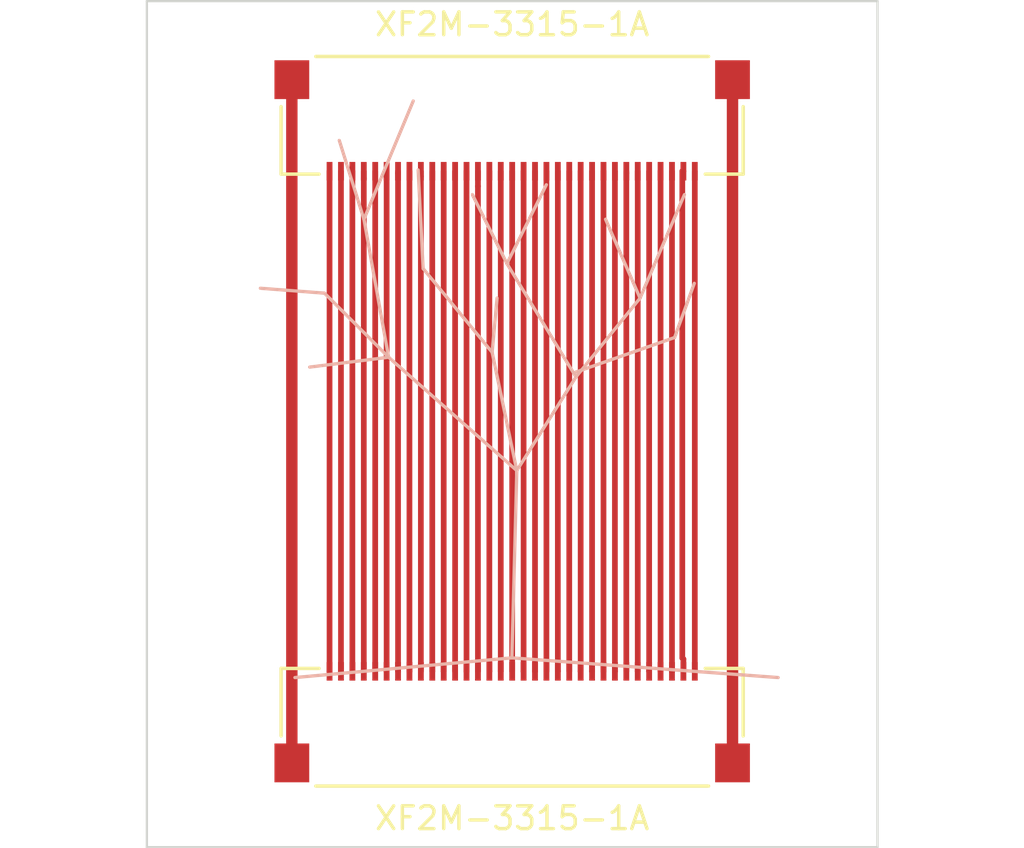
<source format=kicad_pcb>
(kicad_pcb (version 20171130) (host pcbnew 5.1.5)

  (general
    (thickness 1.6)
    (drawings 27)
    (tracks 64)
    (zones 0)
    (modules 4)
    (nets 29)
  )

  (page A4)
  (layers
    (0 F.Cu signal)
    (31 B.Cu signal)
    (32 B.Adhes user)
    (33 F.Adhes user)
    (34 B.Paste user)
    (35 F.Paste user)
    (36 B.SilkS user)
    (37 F.SilkS user)
    (38 B.Mask user)
    (39 F.Mask user)
    (40 Dwgs.User user)
    (41 Cmts.User user)
    (42 Eco1.User user)
    (43 Eco2.User user)
    (44 Edge.Cuts user)
    (45 Margin user)
    (46 B.CrtYd user)
    (47 F.CrtYd user)
    (48 B.Fab user)
    (49 F.Fab user)
  )

  (setup
    (last_trace_width 0.5)
    (user_trace_width 0.5)
    (trace_clearance 0.2)
    (zone_clearance 0.508)
    (zone_45_only no)
    (trace_min 0.2)
    (via_size 0.8)
    (via_drill 0.4)
    (via_min_size 0.4)
    (via_min_drill 0.3)
    (uvia_size 0.3)
    (uvia_drill 0.1)
    (uvias_allowed no)
    (uvia_min_size 0.2)
    (uvia_min_drill 0.1)
    (edge_width 0.05)
    (segment_width 0.2)
    (pcb_text_width 0.3)
    (pcb_text_size 1.5 1.5)
    (mod_edge_width 0.12)
    (mod_text_size 1 1)
    (mod_text_width 0.15)
    (pad_size 1.524 1.524)
    (pad_drill 0.762)
    (pad_to_mask_clearance 0.051)
    (solder_mask_min_width 0.25)
    (aux_axis_origin 0 0)
    (visible_elements FFFFFF7F)
    (pcbplotparams
      (layerselection 0x010fc_ffffffff)
      (usegerberextensions false)
      (usegerberattributes true)
      (usegerberadvancedattributes false)
      (creategerberjobfile false)
      (excludeedgelayer true)
      (linewidth 0.050000)
      (plotframeref false)
      (viasonmask false)
      (mode 1)
      (useauxorigin false)
      (hpglpennumber 1)
      (hpglpenspeed 20)
      (hpglpendiameter 15.000000)
      (psnegative false)
      (psa4output false)
      (plotreference true)
      (plotvalue true)
      (plotinvisibletext false)
      (padsonsilk false)
      (subtractmaskfromsilk false)
      (outputformat 1)
      (mirror false)
      (drillshape 0)
      (scaleselection 1)
      (outputdirectory "gerbers"))
  )

  (net 0 "")
  (net 1 /pin1)
  (net 2 /pin3)
  (net 3 /pin5)
  (net 4 /pin7)
  (net 5 /pin8)
  (net 6 /pin9)
  (net 7 /pin10)
  (net 8 /pin11)
  (net 9 /pin12)
  (net 10 /pin13)
  (net 11 /pin14)
  (net 12 /pin15)
  (net 13 /pin16)
  (net 14 /pin17)
  (net 15 /pin18)
  (net 16 /pin19)
  (net 17 /pin20)
  (net 18 /pin22)
  (net 19 /pin24)
  (net 20 /pin26)
  (net 21 /pin28)
  (net 22 /pin29)
  (net 23 /pin30)
  (net 24 /pin31)
  (net 25 /pin32)
  (net 26 /pin33)
  (net 27 /pin34)
  (net 28 /pin35)

  (net_class Default "Dies ist die voreingestellte Netzklasse."
    (clearance 0.2)
    (trace_width 0.25)
    (via_dia 0.8)
    (via_drill 0.4)
    (uvia_dia 0.3)
    (uvia_drill 0.1)
    (add_net /pin1)
    (add_net /pin10)
    (add_net /pin11)
    (add_net /pin12)
    (add_net /pin13)
    (add_net /pin14)
    (add_net /pin15)
    (add_net /pin16)
    (add_net /pin17)
    (add_net /pin18)
    (add_net /pin19)
    (add_net /pin20)
    (add_net /pin22)
    (add_net /pin24)
    (add_net /pin26)
    (add_net /pin28)
    (add_net /pin29)
    (add_net /pin3)
    (add_net /pin30)
    (add_net /pin31)
    (add_net /pin32)
    (add_net /pin33)
    (add_net /pin34)
    (add_net /pin35)
    (add_net /pin5)
    (add_net /pin7)
    (add_net /pin8)
    (add_net /pin9)
    (add_net "Net-(J2-Pad11)")
    (add_net "Net-(J2-Pad13)")
    (add_net "Net-(J2-Pad28)")
    (add_net "Net-(J2-Pad30)")
    (add_net "Net-(J2-Pad32)")
    (add_net "Net-(J2-Pad7)")
    (add_net "Net-(J2-Pad9)")
  )

  (module MountingHole:MountingHole_2.2mm_M2 (layer F.Cu) (tedit 56D1B4CB) (tstamp 5EBD6DEF)
    (at 80.518 80.01)
    (descr "Mounting Hole 2.2mm, no annular, M2")
    (tags "mounting hole 2.2mm no annular m2")
    (attr virtual)
    (fp_text reference REF** (at 0 -3.2) (layer F.SilkS) hide
      (effects (font (size 1 1) (thickness 0.15)))
    )
    (fp_text value MountingHole_2.2mm_M2 (at 0 3.2) (layer F.Fab)
      (effects (font (size 1 1) (thickness 0.15)))
    )
    (fp_circle (center 0 0) (end 2.45 0) (layer F.CrtYd) (width 0.05))
    (fp_circle (center 0 0) (end 2.2 0) (layer Cmts.User) (width 0.15))
    (fp_text user %R (at 0.3 0) (layer F.Fab)
      (effects (font (size 1 1) (thickness 0.15)))
    )
    (pad 1 np_thru_hole circle (at 0 0) (size 2.2 2.2) (drill 2.2) (layers *.Cu *.Mask))
  )

  (module MountingHole:MountingHole_2.2mm_M2 (layer F.Cu) (tedit 56D1B4CB) (tstamp 5EBD6D53)
    (at 106.426 80.01)
    (descr "Mounting Hole 2.2mm, no annular, M2")
    (tags "mounting hole 2.2mm no annular m2")
    (attr virtual)
    (fp_text reference REF** (at 0 -3.2) (layer F.SilkS) hide
      (effects (font (size 1 1) (thickness 0.15)))
    )
    (fp_text value MountingHole_2.2mm_M2 (at 0 3.2) (layer F.Fab)
      (effects (font (size 1 1) (thickness 0.15)))
    )
    (fp_circle (center 0 0) (end 2.45 0) (layer F.CrtYd) (width 0.05))
    (fp_circle (center 0 0) (end 2.2 0) (layer Cmts.User) (width 0.15))
    (fp_text user %R (at 0.3 0) (layer F.Fab)
      (effects (font (size 1 1) (thickness 0.15)))
    )
    (pad 1 np_thru_hole circle (at 0 0) (size 2.2 2.2) (drill 2.2) (layers *.Cu *.Mask))
  )

  (module epaper-breakout:CONN_ED097OC4 (layer F.Cu) (tedit 5D697D68) (tstamp 5EBD647F)
    (at 93.472 88.392 180)
    (descr "FPC connector for ED097OC4")
    (path /5EBD2FA1)
    (attr smd)
    (fp_text reference J2 (at 0 -2.4511) (layer F.SilkS) hide
      (effects (font (size 1 1) (thickness 0.15)))
    )
    (fp_text value XF2M-3315-1A (at 0 -8.89) (layer F.SilkS)
      (effects (font (size 1 1) (thickness 0.15)))
    )
    (fp_text user "Copyright 2016 Accelerated Designs. All rights reserved." (at 0 0) (layer Cmts.User) hide
      (effects (font (size 0.127 0.127) (thickness 0.002)))
    )
    (fp_text user * (at 0 0) (layer F.SilkS) hide
      (effects (font (size 1 1) (thickness 0.15)))
    )
    (fp_text user * (at 0 0) (layer F.Fab) hide
      (effects (font (size 1 1) (thickness 0.15)))
    )
    (fp_line (start 8.634999 -2.4511) (end 7.999999 -1.1811) (layer F.Fab) (width 0.1524))
    (fp_line (start 7.364999 -2.4511) (end 7.999999 -1.1811) (layer F.Fab) (width 0.1524))
    (fp_line (start -10.1219 -2.3241) (end -8.459742 -2.3241) (layer F.SilkS) (width 0.1524))
    (fp_line (start 10.1219 -2.3241) (end 10.1219 -5.28066) (layer F.SilkS) (width 0.1524))
    (fp_line (start 8.601109 -7.4803) (end -8.601109 -7.4803) (layer F.SilkS) (width 0.1524))
    (fp_line (start -10.1219 -5.28066) (end -10.1219 -2.3241) (layer F.SilkS) (width 0.1524))
    (fp_line (start -9.9949 -2.4511) (end 9.9949 -2.4511) (layer F.Fab) (width 0.1524))
    (fp_line (start 9.9949 -2.4511) (end 9.9949 -7.3533) (layer F.Fab) (width 0.1524))
    (fp_line (start 9.9949 -7.3533) (end -9.9949 -7.3533) (layer F.Fab) (width 0.1524))
    (fp_line (start -9.9949 -7.3533) (end -9.9949 -2.4511) (layer F.Fab) (width 0.1524))
    (fp_line (start 8.459739 -2.3241) (end 10.1219 -2.3241) (layer F.SilkS) (width 0.1524))
    (fp_line (start -10.668 -1.7907) (end 10.668 -1.7907) (layer F.CrtYd) (width 0.1524))
    (fp_line (start 10.668 -1.7907) (end 10.668 -7.6073) (layer F.CrtYd) (width 0.1524))
    (fp_line (start 10.668 -7.6073) (end -10.668 -7.6073) (layer F.CrtYd) (width 0.1524))
    (fp_line (start -10.668 -7.6073) (end -10.668 -1.7907) (layer F.CrtYd) (width 0.1524))
    (pad 1 smd rect (at 7.999999 -2.4511 270) (size 0.8128 0.254) (layers F.Cu F.Paste F.Mask)
      (net 26 /pin33))
    (pad 2 smd rect (at 7.5 -2.4511 270) (size 0.8128 0.254) (layers F.Cu F.Paste F.Mask)
      (net 25 /pin32))
    (pad 3 smd rect (at 6.999999 -2.4511 270) (size 0.8128 0.254) (layers F.Cu F.Paste F.Mask)
      (net 24 /pin31))
    (pad 4 smd rect (at 6.5 -2.4511 270) (size 0.8128 0.254) (layers F.Cu F.Paste F.Mask)
      (net 23 /pin30))
    (pad 5 smd rect (at 5.999998 -2.4511 270) (size 0.8128 0.254) (layers F.Cu F.Paste F.Mask)
      (net 22 /pin29))
    (pad 6 smd rect (at 5.499999 -2.4511 270) (size 0.8128 0.254) (layers F.Cu F.Paste F.Mask)
      (net 21 /pin28))
    (pad 7 smd rect (at 5 -2.4511 270) (size 0.8128 0.254) (layers F.Cu F.Paste F.Mask))
    (pad 8 smd rect (at 4.499999 -2.4511 270) (size 0.8128 0.254) (layers F.Cu F.Paste F.Mask)
      (net 20 /pin26))
    (pad 9 smd rect (at 4 -2.4511 270) (size 0.8128 0.254) (layers F.Cu F.Paste F.Mask))
    (pad 10 smd rect (at 3.499998 -2.4511 270) (size 0.8128 0.254) (layers F.Cu F.Paste F.Mask)
      (net 19 /pin24))
    (pad 11 smd rect (at 2.999999 -2.4511 270) (size 0.8128 0.254) (layers F.Cu F.Paste F.Mask))
    (pad 12 smd rect (at 2.5 -2.4511 270) (size 0.8128 0.254) (layers F.Cu F.Paste F.Mask)
      (net 18 /pin22))
    (pad 13 smd rect (at 1.999999 -2.4511 270) (size 0.8128 0.254) (layers F.Cu F.Paste F.Mask))
    (pad 14 smd rect (at 1.5 -2.4511 270) (size 0.8128 0.254) (layers F.Cu F.Paste F.Mask)
      (net 17 /pin20))
    (pad 15 smd rect (at 0.999998 -2.4511 270) (size 0.8128 0.254) (layers F.Cu F.Paste F.Mask)
      (net 16 /pin19))
    (pad 16 smd rect (at 0.499999 -2.4511 270) (size 0.8128 0.254) (layers F.Cu F.Paste F.Mask)
      (net 15 /pin18))
    (pad 17 smd rect (at 0 -2.4511 270) (size 0.8128 0.254) (layers F.Cu F.Paste F.Mask)
      (net 14 /pin17))
    (pad 18 smd rect (at -0.500002 -2.4511 270) (size 0.8128 0.254) (layers F.Cu F.Paste F.Mask)
      (net 13 /pin16))
    (pad 19 smd rect (at -1.000001 -2.4511 270) (size 0.8128 0.254) (layers F.Cu F.Paste F.Mask)
      (net 12 /pin15))
    (pad 20 smd rect (at -1.5 -2.4511 270) (size 0.8128 0.254) (layers F.Cu F.Paste F.Mask)
      (net 11 /pin14))
    (pad 21 smd rect (at -2.000001 -2.4511 270) (size 0.8128 0.254) (layers F.Cu F.Paste F.Mask)
      (net 10 /pin13))
    (pad 22 smd rect (at -2.5 -2.4511 270) (size 0.8128 0.254) (layers F.Cu F.Paste F.Mask)
      (net 9 /pin12))
    (pad 23 smd rect (at -3.000002 -2.4511 270) (size 0.8128 0.254) (layers F.Cu F.Paste F.Mask)
      (net 8 /pin11))
    (pad 24 smd rect (at -3.500001 -2.4511 270) (size 0.8128 0.254) (layers F.Cu F.Paste F.Mask)
      (net 7 /pin10))
    (pad 25 smd rect (at -4 -2.4511 270) (size 0.8128 0.254) (layers F.Cu F.Paste F.Mask)
      (net 6 /pin9))
    (pad 26 smd rect (at -4.500001 -2.4511 270) (size 0.8128 0.254) (layers F.Cu F.Paste F.Mask)
      (net 5 /pin8))
    (pad 27 smd rect (at -5 -2.4511 270) (size 0.8128 0.254) (layers F.Cu F.Paste F.Mask)
      (net 4 /pin7))
    (pad 28 smd rect (at -5.500002 -2.4511 270) (size 0.8128 0.254) (layers F.Cu F.Paste F.Mask))
    (pad 29 smd rect (at -6.000001 -2.4511 270) (size 0.8128 0.254) (layers F.Cu F.Paste F.Mask)
      (net 3 /pin5))
    (pad 30 smd rect (at -6.5 -2.4511 270) (size 0.8128 0.254) (layers F.Cu F.Paste F.Mask))
    (pad 31 smd rect (at -7.000001 -2.4511 270) (size 0.8128 0.254) (layers F.Cu F.Paste F.Mask)
      (net 2 /pin3))
    (pad 32 smd rect (at -7.5 -2.4511 270) (size 0.8128 0.254) (layers F.Cu F.Paste F.Mask))
    (pad 33 smd rect (at -8.000002 -2.4511 270) (size 0.8128 0.254) (layers F.Cu F.Paste F.Mask)
      (net 1 /pin1))
    (pad 34 smd rect (at -9.652 -6.4643 180) (size 1.524 1.7018) (layers F.Cu F.Paste F.Mask)
      (net 28 /pin35))
    (pad 35 smd rect (at 9.652 -6.4643 180) (size 1.524 1.7018) (layers F.Cu F.Paste F.Mask)
      (net 27 /pin34))
  )

  (module epaper-breakout:CONN_ED097OC4 (layer F.Cu) (tedit 5D697D68) (tstamp 5EBD6446)
    (at 93.472 71.374)
    (descr "FPC connector for ED097OC4")
    (path /5EBD0B75)
    (attr smd)
    (fp_text reference J1 (at 0 -2.4511) (layer F.SilkS) hide
      (effects (font (size 1 1) (thickness 0.15)))
    )
    (fp_text value XF2M-3315-1A (at 0 -8.89) (layer F.SilkS)
      (effects (font (size 1 1) (thickness 0.15)))
    )
    (fp_text user "Copyright 2016 Accelerated Designs. All rights reserved." (at 0 0) (layer Cmts.User) hide
      (effects (font (size 0.127 0.127) (thickness 0.002)))
    )
    (fp_text user * (at 0 0) (layer F.SilkS) hide
      (effects (font (size 1 1) (thickness 0.15)))
    )
    (fp_text user * (at 0 0) (layer F.Fab) hide
      (effects (font (size 1 1) (thickness 0.15)))
    )
    (fp_line (start 8.634999 -2.4511) (end 7.999999 -1.1811) (layer F.Fab) (width 0.1524))
    (fp_line (start 7.364999 -2.4511) (end 7.999999 -1.1811) (layer F.Fab) (width 0.1524))
    (fp_line (start -10.1219 -2.3241) (end -8.459742 -2.3241) (layer F.SilkS) (width 0.1524))
    (fp_line (start 10.1219 -2.3241) (end 10.1219 -5.28066) (layer F.SilkS) (width 0.1524))
    (fp_line (start 8.601109 -7.4803) (end -8.601109 -7.4803) (layer F.SilkS) (width 0.1524))
    (fp_line (start -10.1219 -5.28066) (end -10.1219 -2.3241) (layer F.SilkS) (width 0.1524))
    (fp_line (start -9.9949 -2.4511) (end 9.9949 -2.4511) (layer F.Fab) (width 0.1524))
    (fp_line (start 9.9949 -2.4511) (end 9.9949 -7.3533) (layer F.Fab) (width 0.1524))
    (fp_line (start 9.9949 -7.3533) (end -9.9949 -7.3533) (layer F.Fab) (width 0.1524))
    (fp_line (start -9.9949 -7.3533) (end -9.9949 -2.4511) (layer F.Fab) (width 0.1524))
    (fp_line (start 8.459739 -2.3241) (end 10.1219 -2.3241) (layer F.SilkS) (width 0.1524))
    (fp_line (start -10.668 -1.7907) (end 10.668 -1.7907) (layer F.CrtYd) (width 0.1524))
    (fp_line (start 10.668 -1.7907) (end 10.668 -7.6073) (layer F.CrtYd) (width 0.1524))
    (fp_line (start 10.668 -7.6073) (end -10.668 -7.6073) (layer F.CrtYd) (width 0.1524))
    (fp_line (start -10.668 -7.6073) (end -10.668 -1.7907) (layer F.CrtYd) (width 0.1524))
    (pad 1 smd rect (at 7.999999 -2.4511 90) (size 0.8128 0.254) (layers F.Cu F.Paste F.Mask)
      (net 1 /pin1))
    (pad 2 smd rect (at 7.5 -2.4511 90) (size 0.8128 0.254) (layers F.Cu F.Paste F.Mask))
    (pad 3 smd rect (at 6.999999 -2.4511 90) (size 0.8128 0.254) (layers F.Cu F.Paste F.Mask)
      (net 2 /pin3))
    (pad 4 smd rect (at 6.5 -2.4511 90) (size 0.8128 0.254) (layers F.Cu F.Paste F.Mask))
    (pad 5 smd rect (at 5.999998 -2.4511 90) (size 0.8128 0.254) (layers F.Cu F.Paste F.Mask)
      (net 3 /pin5))
    (pad 6 smd rect (at 5.499999 -2.4511 90) (size 0.8128 0.254) (layers F.Cu F.Paste F.Mask))
    (pad 7 smd rect (at 5 -2.4511 90) (size 0.8128 0.254) (layers F.Cu F.Paste F.Mask)
      (net 4 /pin7))
    (pad 8 smd rect (at 4.499999 -2.4511 90) (size 0.8128 0.254) (layers F.Cu F.Paste F.Mask)
      (net 5 /pin8))
    (pad 9 smd rect (at 4 -2.4511 90) (size 0.8128 0.254) (layers F.Cu F.Paste F.Mask)
      (net 6 /pin9))
    (pad 10 smd rect (at 3.499998 -2.4511 90) (size 0.8128 0.254) (layers F.Cu F.Paste F.Mask)
      (net 7 /pin10))
    (pad 11 smd rect (at 2.999999 -2.4511 90) (size 0.8128 0.254) (layers F.Cu F.Paste F.Mask)
      (net 8 /pin11))
    (pad 12 smd rect (at 2.5 -2.4511 90) (size 0.8128 0.254) (layers F.Cu F.Paste F.Mask)
      (net 9 /pin12))
    (pad 13 smd rect (at 1.999999 -2.4511 90) (size 0.8128 0.254) (layers F.Cu F.Paste F.Mask)
      (net 10 /pin13))
    (pad 14 smd rect (at 1.5 -2.4511 90) (size 0.8128 0.254) (layers F.Cu F.Paste F.Mask)
      (net 11 /pin14))
    (pad 15 smd rect (at 0.999998 -2.4511 90) (size 0.8128 0.254) (layers F.Cu F.Paste F.Mask)
      (net 12 /pin15))
    (pad 16 smd rect (at 0.499999 -2.4511 90) (size 0.8128 0.254) (layers F.Cu F.Paste F.Mask)
      (net 13 /pin16))
    (pad 17 smd rect (at 0 -2.4511 90) (size 0.8128 0.254) (layers F.Cu F.Paste F.Mask)
      (net 14 /pin17))
    (pad 18 smd rect (at -0.500002 -2.4511 90) (size 0.8128 0.254) (layers F.Cu F.Paste F.Mask)
      (net 15 /pin18))
    (pad 19 smd rect (at -1.000001 -2.4511 90) (size 0.8128 0.254) (layers F.Cu F.Paste F.Mask)
      (net 16 /pin19))
    (pad 20 smd rect (at -1.5 -2.4511 90) (size 0.8128 0.254) (layers F.Cu F.Paste F.Mask)
      (net 17 /pin20))
    (pad 21 smd rect (at -2.000001 -2.4511 90) (size 0.8128 0.254) (layers F.Cu F.Paste F.Mask))
    (pad 22 smd rect (at -2.5 -2.4511 90) (size 0.8128 0.254) (layers F.Cu F.Paste F.Mask)
      (net 18 /pin22))
    (pad 23 smd rect (at -3.000002 -2.4511 90) (size 0.8128 0.254) (layers F.Cu F.Paste F.Mask))
    (pad 24 smd rect (at -3.500001 -2.4511 90) (size 0.8128 0.254) (layers F.Cu F.Paste F.Mask)
      (net 19 /pin24))
    (pad 25 smd rect (at -4 -2.4511 90) (size 0.8128 0.254) (layers F.Cu F.Paste F.Mask))
    (pad 26 smd rect (at -4.500001 -2.4511 90) (size 0.8128 0.254) (layers F.Cu F.Paste F.Mask)
      (net 20 /pin26))
    (pad 27 smd rect (at -5 -2.4511 90) (size 0.8128 0.254) (layers F.Cu F.Paste F.Mask))
    (pad 28 smd rect (at -5.500002 -2.4511 90) (size 0.8128 0.254) (layers F.Cu F.Paste F.Mask)
      (net 21 /pin28))
    (pad 29 smd rect (at -6.000001 -2.4511 90) (size 0.8128 0.254) (layers F.Cu F.Paste F.Mask)
      (net 22 /pin29))
    (pad 30 smd rect (at -6.5 -2.4511 90) (size 0.8128 0.254) (layers F.Cu F.Paste F.Mask)
      (net 23 /pin30))
    (pad 31 smd rect (at -7.000001 -2.4511 90) (size 0.8128 0.254) (layers F.Cu F.Paste F.Mask)
      (net 24 /pin31))
    (pad 32 smd rect (at -7.5 -2.4511 90) (size 0.8128 0.254) (layers F.Cu F.Paste F.Mask)
      (net 25 /pin32))
    (pad 33 smd rect (at -8.000002 -2.4511 90) (size 0.8128 0.254) (layers F.Cu F.Paste F.Mask)
      (net 26 /pin33))
    (pad 34 smd rect (at -9.652 -6.4643) (size 1.524 1.7018) (layers F.Cu F.Paste F.Mask)
      (net 27 /pin34))
    (pad 35 smd rect (at 9.652 -6.4643) (size 1.524 1.7018) (layers F.Cu F.Paste F.Mask)
      (net 28 /pin35))
  )

  (gr_line (start 88.058008 77.076001) (end 86.978009 71.028006) (layer B.SilkS) (width 0.144))
  (gr_line (start 93.242003 72.972004) (end 94.970001 69.516007) (layer B.SilkS) (width 0.144))
  (gr_line (start 92.594004 76.860001) (end 92.810004 74.484003) (layer B.SilkS) (width 0.144))
  (gr_line (start 96.266 77.939999) (end 93.242003 72.972004) (layer B.SilkS) (width 0.144))
  (gr_line (start 93.674003 82.043996) (end 92.594004 76.860001) (layer B.SilkS) (width 0.144))
  (gr_line (start 99.073998 74.484003) (end 97.561999 71.028006) (layer B.SilkS) (width 0.144))
  (gr_line (start 93.674003 82.043996) (end 88.058008 77.076001) (layer B.SilkS) (width 0.144))
  (gr_line (start 92.594004 76.860001) (end 89.570007 73.188004) (layer B.SilkS) (width 0.144))
  (gr_line (start 88.058008 77.076001) (end 85.25001 74.268003) (layer B.SilkS) (width 0.144))
  (gr_line (start 99.073998 74.484003) (end 101.017996 69.948007) (layer B.SilkS) (width 0.144))
  (gr_line (start 86.978009 71.028006) (end 89.138007 65.844012) (layer B.SilkS) (width 0.144))
  (gr_line (start 93.458003 90.251988) (end 93.674003 82.043996) (layer B.SilkS) (width 0.144))
  (gr_line (start 88.058008 77.076001) (end 84.602011 77.508) (layer B.SilkS) (width 0.144))
  (gr_line (start 100.585997 76.212001) (end 101.449995 73.836004) (layer B.SilkS) (width 0.144))
  (gr_line (start 93.458003 90.251988) (end 105.121992 91.115987) (layer B.SilkS) (width 0.144))
  (gr_line (start 86.978009 71.028006) (end 85.89801 67.572009) (layer B.SilkS) (width 0.144))
  (gr_line (start 93.458003 90.251988) (end 83.954012 91.115987) (layer B.SilkS) (width 0.144))
  (gr_line (start 93.242003 72.972004) (end 91.730004 69.948007) (layer B.SilkS) (width 0.144))
  (gr_line (start 96.266 77.939999) (end 99.073998 74.484003) (layer B.SilkS) (width 0.144))
  (gr_line (start 93.674003 82.043996) (end 96.266 77.939999) (layer B.SilkS) (width 0.144))
  (gr_line (start 85.25001 74.268003) (end 82.442013 74.052003) (layer B.SilkS) (width 0.144))
  (gr_line (start 89.570007 73.188004) (end 89.354007 68.868008) (layer B.SilkS) (width 0.144))
  (gr_line (start 96.266 77.724) (end 100.585997 76.212001) (layer B.SilkS) (width 0.144))
  (gr_line (start 109.474 61.468) (end 109.474 98.552) (layer Edge.Cuts) (width 0.1))
  (gr_line (start 77.47 61.468) (end 109.474 61.468) (layer Edge.Cuts) (width 0.1))
  (gr_line (start 77.47 98.552) (end 77.47 61.468) (layer Edge.Cuts) (width 0.1))
  (gr_line (start 109.474 98.552) (end 77.47 98.552) (layer Edge.Cuts) (width 0.1))

  (segment (start 88.472 69.008) (end 88.472 90.8431) (width 0.25) (layer F.Cu) (net 0))
  (segment (start 88.472 68.9229) (end 88.472 69.008) (width 0.25) (layer F.Cu) (net 0))
  (segment (start 89.472 69.152) (end 89.472 90.8431) (width 0.25) (layer F.Cu) (net 0))
  (segment (start 89.472 68.9229) (end 89.472 69.152) (width 0.25) (layer F.Cu) (net 0))
  (segment (start 90.471998 90.843097) (end 90.472001 90.8431) (width 0.25) (layer F.Cu) (net 0))
  (segment (start 90.471998 68.9229) (end 90.471998 90.843097) (width 0.25) (layer F.Cu) (net 0))
  (segment (start 91.471999 90.843098) (end 91.472001 90.8431) (width 0.25) (layer F.Cu) (net 0))
  (segment (start 91.471999 68.9229) (end 91.471999 90.843098) (width 0.25) (layer F.Cu) (net 0))
  (segment (start 98.971999 90.843097) (end 98.972002 90.8431) (width 0.25) (layer F.Cu) (net 0))
  (segment (start 98.971999 68.9229) (end 98.971999 90.843097) (width 0.25) (layer F.Cu) (net 0))
  (segment (start 99.972 68.9229) (end 99.972 90.8431) (width 0.25) (layer F.Cu) (net 0))
  (segment (start 100.972 90.304) (end 100.972 90.8431) (width 0.25) (layer F.Cu) (net 0))
  (segment (start 100.9269 68.9229) (end 100.924 68.9258) (width 0.25) (layer F.Cu) (net 0))
  (segment (start 100.924 90.256) (end 100.972 90.304) (width 0.25) (layer F.Cu) (net 0))
  (segment (start 100.924 68.9258) (end 100.924 90.256) (width 0.25) (layer F.Cu) (net 0))
  (segment (start 100.972 68.9229) (end 100.9269 68.9229) (width 0.25) (layer F.Cu) (net 0))
  (segment (start 101.471999 90.843097) (end 101.472002 90.8431) (width 0.25) (layer F.Cu) (net 1))
  (segment (start 101.471999 68.9229) (end 101.471999 90.843097) (width 0.25) (layer F.Cu) (net 1))
  (segment (start 100.471999 90.843098) (end 100.472001 90.8431) (width 0.25) (layer F.Cu) (net 2))
  (segment (start 100.471999 68.9229) (end 100.471999 90.843098) (width 0.25) (layer F.Cu) (net 2))
  (segment (start 99.471998 90.843097) (end 99.472001 90.8431) (width 0.25) (layer F.Cu) (net 3))
  (segment (start 99.471998 68.9229) (end 99.471998 90.843097) (width 0.25) (layer F.Cu) (net 3))
  (segment (start 98.472 69.008) (end 98.472 90.8431) (width 0.25) (layer F.Cu) (net 4))
  (segment (start 98.472 68.9229) (end 98.472 69.008) (width 0.25) (layer F.Cu) (net 4))
  (segment (start 97.971999 90.843098) (end 97.972001 90.8431) (width 0.25) (layer F.Cu) (net 5))
  (segment (start 97.971999 68.9229) (end 97.971999 90.843098) (width 0.25) (layer F.Cu) (net 5))
  (segment (start 97.472 68.9229) (end 97.472 90.8431) (width 0.25) (layer F.Cu) (net 6))
  (segment (start 96.971998 90.843097) (end 96.972001 90.8431) (width 0.25) (layer F.Cu) (net 7))
  (segment (start 96.971998 68.9229) (end 96.971998 90.843097) (width 0.25) (layer F.Cu) (net 7))
  (segment (start 96.471999 90.843097) (end 96.472002 90.8431) (width 0.25) (layer F.Cu) (net 8))
  (segment (start 96.471999 68.9229) (end 96.471999 90.843097) (width 0.25) (layer F.Cu) (net 8))
  (segment (start 95.972 68.9229) (end 95.972 90.8431) (width 0.25) (layer F.Cu) (net 9))
  (segment (start 95.471999 90.843098) (end 95.472001 90.8431) (width 0.25) (layer F.Cu) (net 10))
  (segment (start 95.471999 68.9229) (end 95.471999 90.843098) (width 0.25) (layer F.Cu) (net 10))
  (segment (start 94.972 68.9229) (end 94.972 90.8431) (width 0.25) (layer F.Cu) (net 11))
  (segment (start 94.471998 90.843097) (end 94.472001 90.8431) (width 0.25) (layer F.Cu) (net 12))
  (segment (start 94.471998 68.9229) (end 94.471998 90.843097) (width 0.25) (layer F.Cu) (net 12))
  (segment (start 93.971999 90.843097) (end 93.972002 90.8431) (width 0.25) (layer F.Cu) (net 13))
  (segment (start 93.971999 68.9229) (end 93.971999 90.843097) (width 0.25) (layer F.Cu) (net 13))
  (segment (start 93.472 68.9229) (end 93.472 90.8431) (width 0.25) (layer F.Cu) (net 14))
  (segment (start 92.971998 90.843097) (end 92.972001 90.8431) (width 0.25) (layer F.Cu) (net 15))
  (segment (start 92.971998 68.9229) (end 92.971998 90.843097) (width 0.25) (layer F.Cu) (net 15))
  (segment (start 92.471999 90.843097) (end 92.472002 90.8431) (width 0.25) (layer F.Cu) (net 16))
  (segment (start 92.471999 68.9229) (end 92.471999 90.843097) (width 0.25) (layer F.Cu) (net 16))
  (segment (start 91.972 69.5793) (end 91.972 90.8431) (width 0.25) (layer F.Cu) (net 17))
  (segment (start 91.972 68.9229) (end 91.972 69.5793) (width 0.25) (layer F.Cu) (net 17))
  (segment (start 90.972 68.9229) (end 90.972 90.8431) (width 0.25) (layer F.Cu) (net 18))
  (segment (start 89.971999 90.843097) (end 89.972002 90.8431) (width 0.25) (layer F.Cu) (net 19))
  (segment (start 89.971999 68.9229) (end 89.971999 90.843097) (width 0.25) (layer F.Cu) (net 19))
  (segment (start 88.971999 90.843098) (end 88.972001 90.8431) (width 0.25) (layer F.Cu) (net 20))
  (segment (start 88.971999 68.9229) (end 88.971999 90.843098) (width 0.25) (layer F.Cu) (net 20))
  (segment (start 87.971998 90.843097) (end 87.972001 90.8431) (width 0.25) (layer F.Cu) (net 21))
  (segment (start 87.971998 68.9229) (end 87.971998 90.843097) (width 0.25) (layer F.Cu) (net 21))
  (segment (start 87.471999 90.843097) (end 87.472002 90.8431) (width 0.25) (layer F.Cu) (net 22))
  (segment (start 87.471999 68.9229) (end 87.471999 90.843097) (width 0.25) (layer F.Cu) (net 22))
  (segment (start 86.972 69.238) (end 86.972 90.8431) (width 0.25) (layer F.Cu) (net 23))
  (segment (start 86.972 68.9229) (end 86.972 69.238) (width 0.25) (layer F.Cu) (net 23))
  (segment (start 86.471999 90.843098) (end 86.472001 90.8431) (width 0.25) (layer F.Cu) (net 24))
  (segment (start 86.471999 68.9229) (end 86.471999 90.843098) (width 0.25) (layer F.Cu) (net 24))
  (segment (start 85.972 68.9229) (end 85.972 90.8431) (width 0.25) (layer F.Cu) (net 25))
  (segment (start 85.471998 90.843097) (end 85.472001 90.8431) (width 0.25) (layer F.Cu) (net 26))
  (segment (start 85.471998 68.9229) (end 85.471998 90.843097) (width 0.25) (layer F.Cu) (net 26))
  (segment (start 83.82 64.9097) (end 83.82 94.8563) (width 0.5) (layer F.Cu) (net 27))
  (segment (start 103.124 64.9097) (end 103.124 94.8563) (width 0.5) (layer F.Cu) (net 28))

)

</source>
